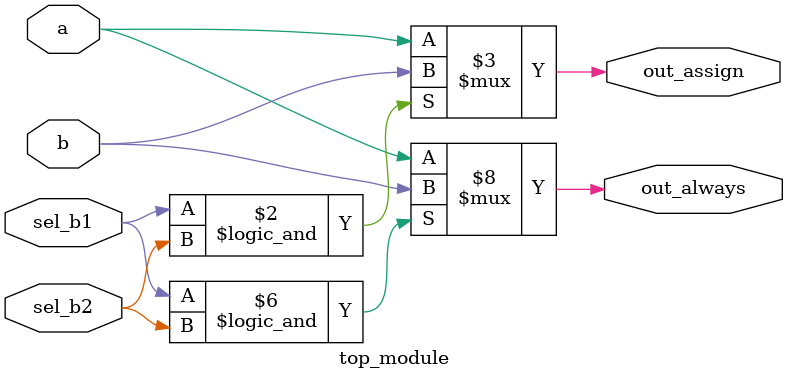
<source format=v>
module top_module(
    input a,
    input b,
    input sel_b1,
    input sel_b2,
    output wire out_assign,
    output reg out_always   ); 
	
    assign out_assign = (sel_b1&&sel_b2 ==1)? b:a;
    
    always@(*) begin
        if(sel_b1&&sel_b2 ==1) begin
            out_always <= b;
            end else begin
            
            out_always <=a;
        end
    end
endmodule

</source>
